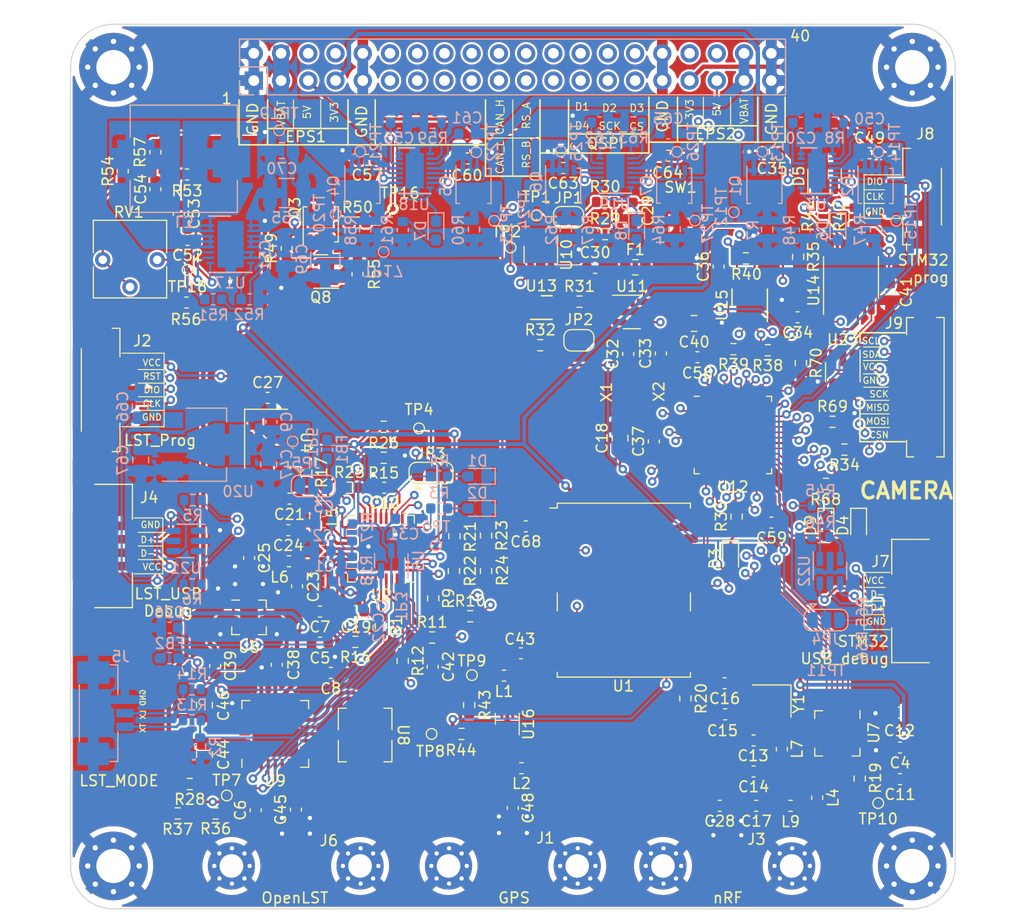
<source format=kicad_pcb>
(kicad_pcb (version 20211014) (generator pcbnew)

  (general
    (thickness 4.69)
  )

  (paper "A4")
  (layers
    (0 "F.Cu" signal)
    (1 "In1.Cu" signal)
    (2 "In2.Cu" signal)
    (31 "B.Cu" signal)
    (32 "B.Adhes" user "B.Adhesive")
    (33 "F.Adhes" user "F.Adhesive")
    (34 "B.Paste" user)
    (35 "F.Paste" user)
    (36 "B.SilkS" user "B.Silkscreen")
    (37 "F.SilkS" user "F.Silkscreen")
    (38 "B.Mask" user)
    (39 "F.Mask" user)
    (40 "Dwgs.User" user "User.Drawings")
    (41 "Cmts.User" user "User.Comments")
    (42 "Eco1.User" user "User.Eco1")
    (43 "Eco2.User" user "User.Eco2")
    (44 "Edge.Cuts" user)
    (45 "Margin" user)
    (46 "B.CrtYd" user "B.Courtyard")
    (47 "F.CrtYd" user "F.Courtyard")
    (48 "B.Fab" user)
    (49 "F.Fab" user)
    (50 "User.1" user)
    (51 "User.2" user)
    (52 "User.3" user)
    (53 "User.4" user)
    (54 "User.5" user)
    (55 "User.6" user)
    (56 "User.7" user)
    (57 "User.8" user)
    (58 "User.9" user)
  )

  (setup
    (stackup
      (layer "F.SilkS" (type "Top Silk Screen"))
      (layer "F.Paste" (type "Top Solder Paste"))
      (layer "F.Mask" (type "Top Solder Mask") (thickness 0.01))
      (layer "F.Cu" (type "copper") (thickness 0.035))
      (layer "dielectric 1" (type "core") (thickness 1.51) (material "FR4") (epsilon_r 4.5) (loss_tangent 0.02))
      (layer "In1.Cu" (type "copper") (thickness 0.035))
      (layer "dielectric 2" (type "prepreg") (thickness 1.51) (material "FR4") (epsilon_r 4.5) (loss_tangent 0.02))
      (layer "In2.Cu" (type "copper") (thickness 0.035))
      (layer "dielectric 3" (type "core") (thickness 1.51) (material "FR4") (epsilon_r 4.5) (loss_tangent 0.02))
      (layer "B.Cu" (type "copper") (thickness 0.035))
      (layer "B.Mask" (type "Bottom Solder Mask") (thickness 0.01))
      (layer "B.Paste" (type "Bottom Solder Paste"))
      (layer "B.SilkS" (type "Bottom Silk Screen"))
      (copper_finish "None")
      (dielectric_constraints no)
    )
    (pad_to_mask_clearance 0)
    (pcbplotparams
      (layerselection 0x00010fc_ffffffff)
      (disableapertmacros false)
      (usegerberextensions false)
      (usegerberattributes true)
      (usegerberadvancedattributes true)
      (creategerberjobfile true)
      (svguseinch false)
      (svgprecision 6)
      (excludeedgelayer true)
      (plotframeref false)
      (viasonmask false)
      (mode 1)
      (useauxorigin false)
      (hpglpennumber 1)
      (hpglpenspeed 20)
      (hpglpendiameter 15.000000)
      (dxfpolygonmode true)
      (dxfimperialunits true)
      (dxfusepcbnewfont true)
      (psnegative false)
      (psa4output false)
      (plotreference true)
      (plotvalue true)
      (plotinvisibletext false)
      (sketchpadsonfab false)
      (subtractmaskfromsilk false)
      (outputformat 1)
      (mirror false)
      (drillshape 1)
      (scaleselection 1)
      (outputdirectory "")
    )
  )

  (net 0 "")
  (net 1 "Net-(C1-Pad1)")
  (net 2 "GND")
  (net 3 "+3V3")
  (net 4 "/OpenLST (Beacon)/PA_VAPC")
  (net 5 "+3V8")
  (net 6 "/OpenLST (Beacon)/VDD_USB_LST")
  (net 7 "Net-(C12-Pad1)")
  (net 8 "Net-(C13-Pad2)")
  (net 9 "Net-(C15-Pad1)")
  (net 10 "Net-(C16-Pad1)")
  (net 11 "Net-(C17-Pad1)")
  (net 12 "Net-(C17-Pad2)")
  (net 13 "/MCU/MCU_POWER")
  (net 14 "Net-(C19-Pad1)")
  (net 15 "/3V3 power share/VCC_EN")
  (net 16 "Net-(C21-Pad2)")
  (net 17 "Net-(C22-Pad1)")
  (net 18 "Net-(C23-Pad2)")
  (net 19 "Net-(C24-Pad1)")
  (net 20 "Net-(C24-Pad2)")
  (net 21 "Net-(C25-Pad2)")
  (net 22 "Net-(C26-Pad1)")
  (net 23 "Net-(C29-Pad1)")
  (net 24 "/3V3 power share/EPS#1")
  (net 25 "Net-(C35-Pad2)")
  (net 26 "Net-(C38-Pad1)")
  (net 27 "Net-(C38-Pad2)")
  (net 28 "Net-(C39-Pad1)")
  (net 29 "Net-(C39-Pad2)")
  (net 30 "/MCU/VREF")
  (net 31 "Net-(C42-Pad1)")
  (net 32 "Net-(C43-Pad1)")
  (net 33 "Net-(C43-Pad2)")
  (net 34 "Net-(C45-Pad1)")
  (net 35 "Net-(C45-Pad2)")
  (net 36 "Net-(C48-Pad1)")
  (net 37 "Net-(C48-Pad2)")
  (net 38 "Net-(C49-Pad1)")
  (net 39 "/3V3 power share/EPS#2")
  (net 40 "Net-(C50-Pad1)")
  (net 41 "VIN")
  (net 42 "Net-(C52-Pad1)")
  (net 43 "Net-(C52-Pad2)")
  (net 44 "Net-(C53-Pad1)")
  (net 45 "Net-(C54-Pad1)")
  (net 46 "/Power Convertor/VBAT1/VCC_EN")
  (net 47 "/Power Convertor/EPS#1_VBAT")
  (net 48 "Net-(C57-Pad2)")
  (net 49 "Net-(C60-Pad1)")
  (net 50 "/Power Convertor/EPS#2_VBAT")
  (net 51 "Net-(C61-Pad1)")
  (net 52 "/5V power share/VCC_EN")
  (net 53 "/5V power share/EPS#1")
  (net 54 "Net-(C63-Pad2)")
  (net 55 "Net-(C64-Pad1)")
  (net 56 "/5V power share/EPS#2")
  (net 57 "Net-(C65-Pad1)")
  (net 58 "/OpenLST (Beacon)/USB_POWER_LST")
  (net 59 "Net-(D1-Pad2)")
  (net 60 "Net-(D2-Pad2)")
  (net 61 "Net-(D3-Pad1)")
  (net 62 "Net-(D4-Pad1)")
  (net 63 "/MCU/CAN_L")
  (net 64 "/MCU/CAN_H")
  (net 65 "Net-(D6-Pad1)")
  (net 66 "Net-(D6-Pad2)")
  (net 67 "Net-(D7-Pad1)")
  (net 68 "Net-(D7-Pad2)")
  (net 69 "Net-(D8-Pad1)")
  (net 70 "Net-(D8-Pad2)")
  (net 71 "Net-(D9-Pad1)")
  (net 72 "Net-(F1-Pad2)")
  (net 73 "Net-(FB1-Pad1)")
  (net 74 "/OpenLST (Beacon)/PROG_DD")
  (net 75 "/OpenLST (Beacon)/PROG_DC")
  (net 76 "/OpenLST (Beacon)/~{LST_RESET}")
  (net 77 "/MCU/USB_POWER")
  (net 78 "/MCU/SWCLK")
  (net 79 "/MCU/SWDIO")
  (net 80 "/MCU/QSPI_D1{slash}CAM_CSN")
  (net 81 "/MCU/QSPI_D2{slash}CAM_MOSI")
  (net 82 "/MCU/QSPI_D3{slash}CAM_MISO")
  (net 83 "/MCU/LED1_QSPI")
  (net 84 "+5V")
  (net 85 "/I2C_SDA")
  (net 86 "/I2C_SCL")
  (net 87 "unconnected-(J12-Pad6)")
  (net 88 "unconnected-(J12-Pad8)")
  (net 89 "unconnected-(J12-Pad11)")
  (net 90 "unconnected-(J12-Pad12)")
  (net 91 "unconnected-(J12-Pad13)")
  (net 92 "unconnected-(J12-Pad14)")
  (net 93 "unconnected-(J12-Pad15)")
  (net 94 "unconnected-(J12-Pad16)")
  (net 95 "unconnected-(J12-Pad17)")
  (net 96 "unconnected-(J12-Pad18)")
  (net 97 "/MCU/RS_485_~{B}")
  (net 98 "/MCU/RS_485_A")
  (net 99 "unconnected-(J12-Pad23)")
  (net 100 "unconnected-(J12-Pad24)")
  (net 101 "/MCU/LED1_CAM")
  (net 102 "/MCU/QSPI_SCK")
  (net 103 "/MCU/QSPI_NCS")
  (net 104 "unconnected-(J12-Pad34)")
  (net 105 "unconnected-(J12-Pad36)")
  (net 106 "Net-(JP1-Pad1)")
  (net 107 "/MCU/NRST")
  (net 108 "Net-(JP2-Pad1)")
  (net 109 "Net-(JP2-Pad2)")
  (net 110 "/OpenLST (Beacon)/RF_EN")
  (net 111 "/OpenLST (Beacon)/RF_EN_MCU")
  (net 112 "/OpenLST (Beacon)/RF_PWR_EN")
  (net 113 "Net-(JP4-Pad3)")
  (net 114 "/MCU/VDD_USB")
  (net 115 "Net-(L3-Pad1)")
  (net 116 "Net-(L3-Pad2)")
  (net 117 "Net-(L4-Pad1)")
  (net 118 "Net-(L4-Pad2)")
  (net 119 "Net-(Q1-Pad5)")
  (net 120 "Net-(Q1-Pad4)")
  (net 121 "Net-(Q2-Pad4)")
  (net 122 "Net-(Q2-Pad5)")
  (net 123 "Net-(Q3-Pad4)")
  (net 124 "Net-(Q3-Pad5)")
  (net 125 "Net-(Q4-Pad5)")
  (net 126 "Net-(Q4-Pad4)")
  (net 127 "Net-(Q5-Pad4)")
  (net 128 "Net-(Q5-Pad5)")
  (net 129 "Net-(Q6-Pad5)")
  (net 130 "Net-(Q6-Pad4)")
  (net 131 "Net-(Q7-Pad4)")
  (net 132 "Net-(Q7-Pad5)")
  (net 133 "/OpenLST (Beacon)/~{LST_RX_MODE}")
  (net 134 "/OpenLST (Beacon)/LST_TX_MODE")
  (net 135 "Net-(R3-Pad2)")
  (net 136 "Net-(R4-Pad2)")
  (net 137 "Net-(R5-Pad1)")
  (net 138 "/OpenLST (Beacon)/USB_N")
  (net 139 "/OpenLST (Beacon)/USB_P")
  (net 140 "Net-(R6-Pad2)")
  (net 141 "Net-(R8-Pad2)")
  (net 142 "Net-(R9-Pad1)")
  (net 143 "/OpenLST (Beacon)/UART0_CTS")
  (net 144 "Net-(R10-Pad1)")
  (net 145 "/OpenLST (Beacon)/UART0_RTS")
  (net 146 "Net-(R11-Pad1)")
  (net 147 "/OpenLST (Beacon)/UART0_RX")
  (net 148 "Net-(R12-Pad1)")
  (net 149 "/OpenLST (Beacon)/UART0_TX")
  (net 150 "Net-(R15-Pad2)")
  (net 151 "Net-(R16-Pad2)")
  (net 152 "Net-(R17-Pad1)")
  (net 153 "Net-(R17-Pad2)")
  (net 154 "Net-(R19-Pad2)")
  (net 155 "/OpenLST (Beacon)/AN0")
  (net 156 "/OpenLST (Beacon)/AN1")
  (net 157 "Net-(R25-Pad2)")
  (net 158 "/OpenLST (Beacon)/RF_BYP")
  (net 159 "Net-(R32-Pad1)")
  (net 160 "/MCU/LED2")
  (net 161 "/MCU/CAN_RS")
  (net 162 "/MCU/RS_485_R_EN")
  (net 163 "/MCU/RS_485_T_EN")
  (net 164 "Net-(R43-Pad2)")
  (net 165 "Net-(R44-Pad1)")
  (net 166 "Net-(R44-Pad2)")
  (net 167 "Net-(R45-Pad1)")
  (net 168 "/MCU/USB_N")
  (net 169 "/MCU/USB_P")
  (net 170 "Net-(R46-Pad2)")
  (net 171 "Net-(R51-Pad2)")
  (net 172 "Net-(R52-Pad1)")
  (net 173 "Net-(R54-Pad2)")
  (net 174 "Net-(R59-Pad2)")
  (net 175 "Net-(R63-Pad2)")
  (net 176 "unconnected-(U1-Pad1)")
  (net 177 "unconnected-(U1-Pad3)")
  (net 178 "/GPS Module/IRQ")
  (net 179 "unconnected-(U1-Pad5)")
  (net 180 "unconnected-(U1-Pad6)")
  (net 181 "/GPS Module/RESET")
  (net 182 "unconnected-(U1-Pad15)")
  (net 183 "unconnected-(U1-Pad16)")
  (net 184 "unconnected-(U1-Pad17)")
  (net 185 "/GPS Module/TXD")
  (net 186 "/GPS Module/RXD")
  (net 187 "unconnected-(U2-Pad8)")
  (net 188 "unconnected-(U2-Pad18)")
  (net 189 "unconnected-(U2-Pad20)")
  (net 190 "/MCU/NRF_CE")
  (net 191 "/MCU/NRF_SPI_CSN")
  (net 192 "/MCU/NRF_SPI_SCK")
  (net 193 "/MCU/NRF_SPI_MOSI")
  (net 194 "/MCU/NRF_SPI_MISO")
  (net 195 "/MCU/NRF_IRQ")
  (net 196 "Net-(U8-Pad2)")
  (net 197 "Net-(U8-Pad6)")
  (net 198 "unconnected-(U9-Pad14)")
  (net 199 "unconnected-(U9-Pad16)")
  (net 200 "unconnected-(U9-Pad25)")
  (net 201 "unconnected-(U10-Pad3)")
  (net 202 "/MCU/WDG_RESET")
  (net 203 "unconnected-(U11-Pad3)")
  (net 204 "unconnected-(U12-Pad1)")
  (net 205 "/MCU/LSE")
  (net 206 "/MCU/HSE")
  (net 207 "/MCU/CAN_RX")
  (net 208 "/MCU/CAN_TX")
  (net 209 "unconnected-(U13-Pad3)")
  (net 210 "/MCU/RS_485_R")
  (net 211 "/MCU/RS_485_T")
  (net 212 "unconnected-(U15-Pad7)")
  (net 213 "unconnected-(X1-Pad1)")
  (net 214 "unconnected-(U6-Pad4)")
  (net 215 "/camera/CAM_VCC")
  (net 216 "Net-(R70-Pad1)")
  (net 217 "Net-(J4-Pad2)")
  (net 218 "Net-(J4-Pad3)")
  (net 219 "Net-(J5-Pad1)")
  (net 220 "Net-(J5-Pad2)")
  (net 221 "Net-(U22-Pad4)")
  (net 222 "Net-(U22-Pad6)")

  (footprint "Capacitor_SMD:C_0805_2012Metric_Pad1.18x1.45mm_HandSolder" (layer "F.Cu") (at 143.1544 71.9044))

  (footprint "TCY_Buttons:KMT031NGJLHS" (layer "F.Cu") (at 141.8844 61.5881))

  (footprint "Resistor_SMD:R_0603_1608Metric" (layer "F.Cu") (at 98.5276 117.602))

  (footprint "Resistor_SMD:R_0603_1608Metric" (layer "F.Cu") (at 158.115 61.9252 -90))

  (footprint "Package_DFN_QFN:QFN-20-1EP_4x4mm_P0.5mm_EP2.5x2.5mm" (layer "F.Cu") (at 156.5148 110.1344 -90))

  (footprint "MountingHole:MountingHole_3.2mm_M3_Pad_Via" (layer "F.Cu") (at 163.5 122.5))

  (footprint "Resistor_SMD:R_0603_1608Metric" (layer "F.Cu") (at 120.8024 91.7448 90))

  (footprint "Capacitor_SMD:C_0603_1608Metric" (layer "F.Cu") (at 98.4905 103.8352 -90))

  (footprint "Resistor_SMD:R_0603_1608Metric" (layer "F.Cu") (at 147.9804 65.8368 180))

  (footprint "Inductor_SMD:L_0603_1608Metric" (layer "F.Cu") (at 107.7976 89.9668 -90))

  (footprint "Resistor_SMD:R_0603_1608Metric" (layer "F.Cu") (at 121.4628 110.1852))

  (footprint "MountingHole:MountingHole_3.2mm_M3_Pad_Via" (layer "F.Cu") (at 89 48))

  (footprint "Capacitor_SMD:C_0603_1608Metric" (layer "F.Cu") (at 105.41 88.2396))

  (footprint "TCY_Connector:Amphenol 10114830-11104LF 1x04 Vertical" (layer "F.Cu") (at 88.265 92.6592 -90))

  (footprint "Capacitor_SMD:C_0603_1608Metric" (layer "F.Cu") (at 127.4572 90.8304 180))

  (footprint "Capacitor_SMD:C_0603_1608Metric" (layer "F.Cu") (at 152.8064 71.3232 180))

  (footprint "Resistor_SMD:R_0603_1608Metric" (layer "F.Cu") (at 153.1112 75.5904 -90))

  (footprint "Capacitor_SMD:C_0603_1608Metric" (layer "F.Cu") (at 114.2492 87.2236 180))

  (footprint "Inductor_SMD:L_0603_1608Metric" (layer "F.Cu") (at 127.0508 113.3856))

  (footprint "RF_GPS:ublox_NEO" (layer "F.Cu") (at 136.6012 96.774))

  (footprint "Package_TO_SOT_SMD:SOT-23-6_Handsoldering" (layer "F.Cu") (at 157.0228 76.454 -90))

  (footprint "Capacitor_SMD:C_0603_1608Metric" (layer "F.Cu") (at 108.2548 98.7792 180))

  (footprint "Inductor_SMD:L_0603_1608Metric" (layer "F.Cu") (at 105.156 64.897 90))

  (footprint "Resistor_SMD:R_0603_1608Metric" (layer "F.Cu") (at 158.5976 114.3508 90))

  (footprint "Jumper:SolderJumper-2_P1.3mm_Open_RoundedPad1.0x1.5mm" (layer "F.Cu") (at 132.4108 73.4753 180))

  (footprint "Capacitor_SMD:C_0603_1608Metric" (layer "F.Cu") (at 118.7704 103.9238 90))

  (footprint "Jumper:SolderJumper-2_P1.3mm_Open_RoundedPad1.0x1.5mm" (layer "F.Cu") (at 131.4456 61.9945))

  (footprint "Inductor_SMD:L_0603_1608Metric" (layer "F.Cu") (at 95.8596 58.0136))

  (footprint "Capacitor_SMD:C_0603_1608Metric" (layer "F.Cu") (at 133.9218 66.7189))

  (footprint "Capacitor_SMD:C_0603_1608Metric" (layer "F.Cu") (at 127 102.6668 180))

  (footprint "Capacitor_SMD:C_0603_1608Metric" (layer "F.Cu") (at 148.7046 113.6904))

  (footprint "MountingHole:MountingHole_3.2mm_M3_Pad_Via" (layer "F.Cu") (at 163.5 48))

  (footprint "Resistor_SMD:R_0603_1608Metric" (layer "F.Cu") (at 111.5568 101.6 180))

  (footprint "Resistor_SMD:R_0603_1608Metric" (layer "F.Cu") (at 118.8212 97.536 -90))

  (footprint "Resistor_SMD:R_0603_1608Metric" (layer "F.Cu") (at 134.8492 60.5721))

  (footprint "Resistor_SMD:R_0603_1608Metric" (layer "F.Cu") (at 157.1752 83.6676 180))

  (footprint "Capacitor_SMD:C_0603_1608Metric" (layer "F.Cu") (at 122.0216 56.515))

  (footprint "TCY_Connector:TestPoint_Pad_D0.5mm" (layer "F.Cu") (at 122.428 104.6988))

  (footprint "Resistor_SMD:R_0603_1608Metric" (layer "F.Cu") (at 123.7488 94.996 90))

  (footprint "Resistor_SMD:R_0603_1608Metric" (layer "F.Cu") (at 115.9764 103.378 -90))

  (footprint "Capacitor_SMD:C_0603_1608Metric" (layer "F.Cu") (at 139.3952 82.9056 90))

  (footprint "Resistor_SMD:R_0603_1608Metric" (layer "F.Cu") (at 110.998 87.2236))

  (footprint "Resistor_SMD:R_0603_1608Metric" (layer "F.Cu") (at 113.9444 100.1268 90))

  (footprint "footprints:iPEX" (layer "F.Cu") (at 146.25 122.5 180))

  (footprint "Capacitor_SMD:C_0603_1608Metric" (layer "F.Cu") (at 145.542 116.8908 180))

  (footprint "Capacitor_SMD:C_0603_1608Metric" (layer "F.Cu") (at 162.3568 114.4016 180))

  (footprint "Capacitor_SMD:C_0603_1608Metric" (layer "F.Cu") (at 112.649 56.642))

  (footprint "Inductor_SMD:L_0603_1608Metric" (layer "F.Cu") (at 151.3332 111.6076 -90))

  (footprint "Capacitor_SMD:C_0603_1608Metric" (layer "F.Cu") (at 137.414 61.3849 -90))

  (footprint "Capacitor_SMD:C_0603_1608Metric" (layer "F.Cu") (at 159.517223 56.0263))

  (footprint "Resistor_SMD:R_0603_1608Metric" (layer "F.Cu") (at 142.3416 106.8832 90))

  (footprint "Resistor_SMD:R_0603_1608Metric" (layer "F.Cu") (at 120.7516 94.996 90))

  (footprint "footprints:iPEX" (layer "F.Cu") (at 106 122.5 180))

  (footprint "Capacitor_SMD:C_0603_1608Metric" (layer "F.Cu") (at 105.3084 91.186 180))

  (footprint "TCY_Connector:TestPoint_Pad_D0.5mm" (layer "F.Cu") (at 117.5004 81.6864))

  (footprint "Package_DFN_QFN:DFN-10-1EP_3x3mm_P0.5mm_EP1.55x2.48mm" (layer "F.Cu")
    (tedit 5EA4BECA) (tstamp 64263d5c-9427-4c92-a73a-afe8e63e20fb)
    (at 148.336 70.2056 90)
    (descr "10-Lead Plastic Dual Flat, No Lead Package (MF) - 3x3x0.9 mm Body [DFN] (see Microchip Packaging Specification 00000049BS.pdf)")
    (tags "DFN 0.5")
    (property "Sheetfile" "mcu_comm.kicad_sch")
    (property "Sheetname" "MCU")
    (path "/81a5172c-b171-400d-8856-41d6e486bdd1/a66e8b44-b972-4f7b-ba80-f64e58de1944")
    (attr smd)
    (fp_text reference "U15" (at 0 -2.575 90) (layer "F.SilkS")
      (effects (font (size 1 1) (thickness 0.15)))
      (tstamp af58d6aa-33e4-4da2-8ea3-2304125e31c0)
    )
    (fp_text value "MAX13430ETB+" (at 0 2.575 90) (layer "F.Fab")
      (effects (font (size 1 1) (thickness 0.15)))
      (tstamp 94937ca0-c1d9-424d-88cf-010fb503f8a5)
    )
    (fp_text user "${REFERENCE}" (at 0 0 90) (layer "F.Fab")
      (effects (font (size 0.7 0.7) (thickness 0.105)))
      (tstamp 67a55320-79e2-4952-9d6a-671cbdcfc9f7)
    )
    (fp_line (start -1.5 1.65) (end 1.5 1.65) (layer "F.SilkS") (width 0.15) (tstamp 47b3834c-8a87-4af3-9143-c88b9cd89304))
    (fp_line (start 0 -1.65) (end 1.5 -1.65) (layer "F.SilkS") (width 0.15) (tstamp adc74667-5dec-4b95-9d35-ffc7db9ad260))
    (fp_line (start -2.15 -1.85) (end -2.15 1.85) (layer "F.CrtYd") (width 0.05) (tstamp 20c401b1-c1bb-42cd-8ef2-fd89663a6cf3))
    (fp_line (start -2.15 1.85) (end 2.15 1.85) (layer "F.CrtYd") (width 0.05) (tstamp a7098063-91db-4dae-8c97-631051e8de0e))
    (fp_line (start 2.15 -1.85) (end 2.15 1.85) (layer "F.CrtYd") (width 0.05) (tstamp d1594cc0-0357-4de5-8d76-bb3a044297b2))
    (fp_line (start -2.15 -1.85) (end 2.15 -1.85) (layer "F.CrtYd") (width 0.05) (tstamp d500cfb3-be5f-4c90-8432-d0e5e29eda2a))
    (fp_line (start -1.5 -0.5) (end -0.5 -1.5) (layer "F.Fab") (width 0.15) (tstamp 4013842c-f594-4f18-a07a-785be971cdaf))
    (fp_line (start -1.5 1.5) (end -1.5 -0.5) (layer "F.Fab") (width 0.15) (tstamp 68cc97a1-6c76-411f-a28b-36162918d55d))
    (fp_line (start 1.5 1.5) (end -1.5 1.5) (layer "F.Fab") (width 0.15) (tstamp 6a2b63d3-b52c-4af8-b72e-63fe811d3d24))
    (fp_line (start 1.5 -1.5) (end 1.5 1.5) (layer "F.Fab") (width 0.15) (tstamp b6b0b082-3ad5-486d-9247-7e4db31838ef))
    (fp_line (start -0.5 -1.5) (end 1.5 -1.5) (layer "F.Fab") (width 0.15) (tstamp c40a33aa-f777-4109-9efd-12123c039897))
    (pad "" smd rect locked (at 0.3875 0.62 90) (size 0.6 1.05) (layers "F.Paste") (tstamp 13432df8-5be2-422d-b431-13bedccbff4d))
    (pad "" smd rect locked (at -0.3875 -0.62 90) (size 0.6 1.05) (layers "F.Paste") (tstamp 4be9d67c-a6f3-435e-8133-0f53bd74a878))
    (pad "" smd rect locked (at -0.3875 0.62 90) (size 0.6 1.05) (layers "F.Paste") (tstamp 5d69c2f3-acbd-4c54-bda2-b7785c2010cf))
    (pad "" smd rect locked (at 0.3875 -0.62 90) (size 0.6 1.05) (layers "F.Paste") (tstamp
... [3708296 chars truncated]
</source>
